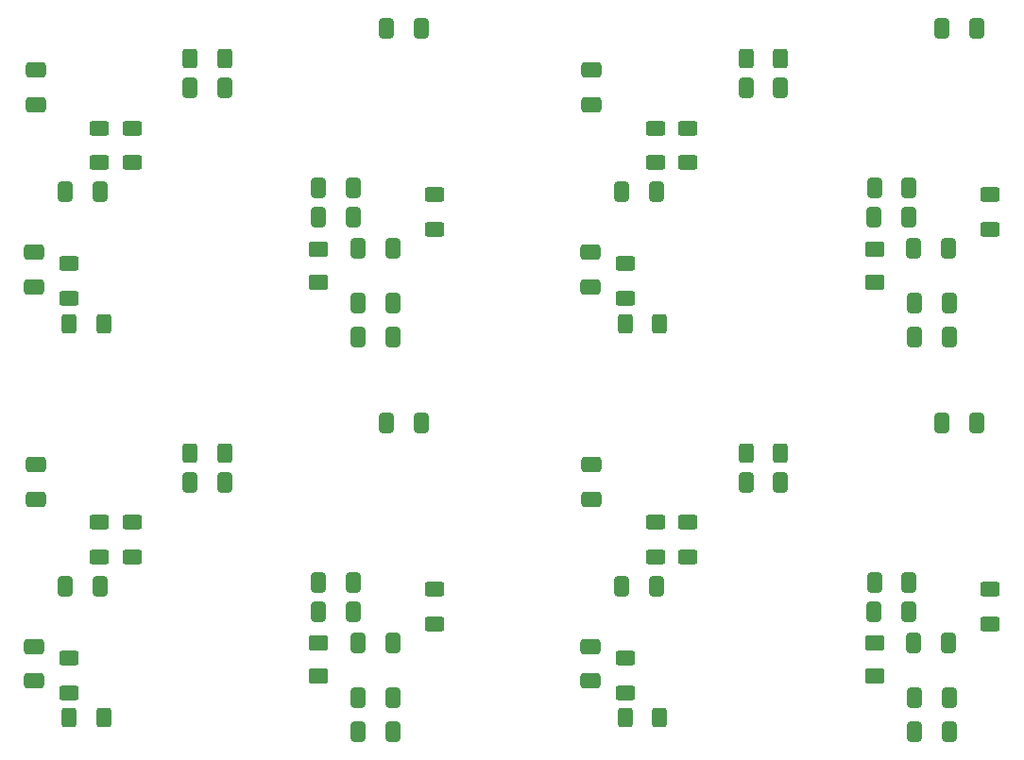
<source format=gbr>
%TF.GenerationSoftware,KiCad,Pcbnew,7.0.7-7.0.7~ubuntu22.04.1*%
%TF.CreationDate,2023-09-11T08:33:09+05:30*%
%TF.ProjectId,panelized,70616e65-6c69-47a6-9564-2e6b69636164,rev?*%
%TF.SameCoordinates,Original*%
%TF.FileFunction,Paste,Top*%
%TF.FilePolarity,Positive*%
%FSLAX46Y46*%
G04 Gerber Fmt 4.6, Leading zero omitted, Abs format (unit mm)*
G04 Created by KiCad (PCBNEW 7.0.7-7.0.7~ubuntu22.04.1) date 2023-09-11 08:33:09*
%MOMM*%
%LPD*%
G01*
G04 APERTURE LIST*
G04 Aperture macros list*
%AMRoundRect*
0 Rectangle with rounded corners*
0 $1 Rounding radius*
0 $2 $3 $4 $5 $6 $7 $8 $9 X,Y pos of 4 corners*
0 Add a 4 corners polygon primitive as box body*
4,1,4,$2,$3,$4,$5,$6,$7,$8,$9,$2,$3,0*
0 Add four circle primitives for the rounded corners*
1,1,$1+$1,$2,$3*
1,1,$1+$1,$4,$5*
1,1,$1+$1,$6,$7*
1,1,$1+$1,$8,$9*
0 Add four rect primitives between the rounded corners*
20,1,$1+$1,$2,$3,$4,$5,0*
20,1,$1+$1,$4,$5,$6,$7,0*
20,1,$1+$1,$6,$7,$8,$9,0*
20,1,$1+$1,$8,$9,$2,$3,0*%
G04 Aperture macros list end*
%ADD10RoundRect,0.250000X0.625000X-0.400000X0.625000X0.400000X-0.625000X0.400000X-0.625000X-0.400000X0*%
%ADD11RoundRect,0.250000X0.650000X-0.412500X0.650000X0.412500X-0.650000X0.412500X-0.650000X-0.412500X0*%
%ADD12RoundRect,0.250000X-0.650000X0.412500X-0.650000X-0.412500X0.650000X-0.412500X0.650000X0.412500X0*%
%ADD13RoundRect,0.250000X0.412500X0.650000X-0.412500X0.650000X-0.412500X-0.650000X0.412500X-0.650000X0*%
%ADD14RoundRect,0.250000X-0.412500X-0.650000X0.412500X-0.650000X0.412500X0.650000X-0.412500X0.650000X0*%
%ADD15RoundRect,0.250000X-0.625000X0.400000X-0.625000X-0.400000X0.625000X-0.400000X0.625000X0.400000X0*%
%ADD16RoundRect,0.250000X-0.400000X-0.625000X0.400000X-0.625000X0.400000X0.625000X-0.400000X0.625000X0*%
%ADD17RoundRect,0.250000X0.400000X0.625000X-0.400000X0.625000X-0.400000X-0.625000X0.400000X-0.625000X0*%
%ADD18RoundRect,0.250001X-0.624999X0.462499X-0.624999X-0.462499X0.624999X-0.462499X0.624999X0.462499X0*%
G04 APERTURE END LIST*
D10*
%TO.C,R7*%
X62145164Y-49947000D03*
X62145164Y-46847000D03*
%TD*%
D11*
%TO.C,C35*%
X3690564Y-44752000D03*
X3690564Y-41627000D03*
%TD*%
D12*
%TO.C,C19*%
X3580564Y-22579500D03*
X3580564Y-25704500D03*
%TD*%
D13*
%TO.C,C25*%
X88057664Y-2532000D03*
X84932664Y-2532000D03*
%TD*%
D14*
%TO.C,C18*%
X17508064Y-7892000D03*
X20633064Y-7892000D03*
%TD*%
%TO.C,C18*%
X67342664Y-43267000D03*
X70467664Y-43267000D03*
%TD*%
D15*
%TO.C,R1*%
X39410564Y-17442000D03*
X39410564Y-20542000D03*
%TD*%
D16*
%TO.C,R8*%
X6680564Y-64377000D03*
X9780564Y-64377000D03*
%TD*%
D17*
%TO.C,R5*%
X70445164Y-40657000D03*
X67345164Y-40657000D03*
%TD*%
D15*
%TO.C,R9*%
X56545164Y-59027000D03*
X56545164Y-62127000D03*
%TD*%
D12*
%TO.C,C19*%
X3580564Y-57954500D03*
X3580564Y-61079500D03*
%TD*%
D18*
%TO.C,L1*%
X29050564Y-22307000D03*
X29050564Y-25282000D03*
%TD*%
%TO.C,L1*%
X78885164Y-22307000D03*
X78885164Y-25282000D03*
%TD*%
D17*
%TO.C,R5*%
X20610564Y-5282000D03*
X17510564Y-5282000D03*
%TD*%
D13*
%TO.C,C24*%
X85547664Y-65627000D03*
X82422664Y-65627000D03*
%TD*%
%TO.C,C25*%
X38223064Y-37907000D03*
X35098064Y-37907000D03*
%TD*%
%TO.C,C22*%
X35675564Y-57677000D03*
X32550564Y-57677000D03*
%TD*%
D16*
%TO.C,R8*%
X56515164Y-29002000D03*
X59615164Y-29002000D03*
%TD*%
D15*
%TO.C,R6*%
X9400564Y-46847000D03*
X9400564Y-49947000D03*
%TD*%
D10*
%TO.C,R7*%
X12310564Y-14572000D03*
X12310564Y-11472000D03*
%TD*%
D15*
%TO.C,R1*%
X89245164Y-17442000D03*
X89245164Y-20542000D03*
%TD*%
D13*
%TO.C,C23*%
X85545164Y-62557000D03*
X82420164Y-62557000D03*
%TD*%
%TO.C,C22*%
X85510164Y-57677000D03*
X82385164Y-57677000D03*
%TD*%
D14*
%TO.C,C18*%
X17508064Y-43267000D03*
X20633064Y-43267000D03*
%TD*%
D12*
%TO.C,C19*%
X53415164Y-57954500D03*
X53415164Y-61079500D03*
%TD*%
D13*
%TO.C,C20*%
X32140564Y-19502000D03*
X29015564Y-19502000D03*
%TD*%
D15*
%TO.C,R1*%
X89245164Y-52817000D03*
X89245164Y-55917000D03*
%TD*%
%TO.C,R9*%
X6710564Y-59027000D03*
X6710564Y-62127000D03*
%TD*%
D12*
%TO.C,C19*%
X53415164Y-22579500D03*
X53415164Y-25704500D03*
%TD*%
D14*
%TO.C,C18*%
X67342664Y-7892000D03*
X70467664Y-7892000D03*
%TD*%
D18*
%TO.C,L1*%
X29050564Y-57682000D03*
X29050564Y-60657000D03*
%TD*%
D11*
%TO.C,C35*%
X53525164Y-9377000D03*
X53525164Y-6252000D03*
%TD*%
D15*
%TO.C,R1*%
X39410564Y-52817000D03*
X39410564Y-55917000D03*
%TD*%
D13*
%TO.C,C23*%
X85545164Y-27182000D03*
X82420164Y-27182000D03*
%TD*%
%TO.C,C21*%
X81985164Y-52257000D03*
X78860164Y-52257000D03*
%TD*%
D17*
%TO.C,R5*%
X20610564Y-40657000D03*
X17510564Y-40657000D03*
%TD*%
D11*
%TO.C,C35*%
X3690564Y-9377000D03*
X3690564Y-6252000D03*
%TD*%
D13*
%TO.C,C20*%
X32140564Y-54877000D03*
X29015564Y-54877000D03*
%TD*%
D14*
%TO.C,C1*%
X56208100Y-17167000D03*
X59333100Y-17167000D03*
%TD*%
D15*
%TO.C,R6*%
X59235164Y-11472000D03*
X59235164Y-14572000D03*
%TD*%
D13*
%TO.C,C24*%
X85547664Y-30252000D03*
X82422664Y-30252000D03*
%TD*%
D16*
%TO.C,R8*%
X56515164Y-64377000D03*
X59615164Y-64377000D03*
%TD*%
D15*
%TO.C,R9*%
X6710564Y-23652000D03*
X6710564Y-26752000D03*
%TD*%
D10*
%TO.C,R7*%
X62145164Y-14572000D03*
X62145164Y-11472000D03*
%TD*%
D13*
%TO.C,C23*%
X35710564Y-27182000D03*
X32585564Y-27182000D03*
%TD*%
%TO.C,C24*%
X35713064Y-65627000D03*
X32588064Y-65627000D03*
%TD*%
%TO.C,C23*%
X35710564Y-62557000D03*
X32585564Y-62557000D03*
%TD*%
%TO.C,C20*%
X81975164Y-54877000D03*
X78850164Y-54877000D03*
%TD*%
%TO.C,C25*%
X38223064Y-2532000D03*
X35098064Y-2532000D03*
%TD*%
D16*
%TO.C,R8*%
X6680564Y-29002000D03*
X9780564Y-29002000D03*
%TD*%
D18*
%TO.C,L1*%
X78885164Y-57682000D03*
X78885164Y-60657000D03*
%TD*%
D17*
%TO.C,R5*%
X70445164Y-5282000D03*
X67345164Y-5282000D03*
%TD*%
D15*
%TO.C,R9*%
X56545164Y-23652000D03*
X56545164Y-26752000D03*
%TD*%
D14*
%TO.C,C1*%
X56208100Y-52542000D03*
X59333100Y-52542000D03*
%TD*%
D13*
%TO.C,C20*%
X81975164Y-19502000D03*
X78850164Y-19502000D03*
%TD*%
D15*
%TO.C,R6*%
X59235164Y-46847000D03*
X59235164Y-49947000D03*
%TD*%
D14*
%TO.C,C1*%
X6373500Y-17167000D03*
X9498500Y-17167000D03*
%TD*%
D13*
%TO.C,C24*%
X35713064Y-30252000D03*
X32588064Y-30252000D03*
%TD*%
%TO.C,C21*%
X32150564Y-16882000D03*
X29025564Y-16882000D03*
%TD*%
D15*
%TO.C,R6*%
X9400564Y-11472000D03*
X9400564Y-14572000D03*
%TD*%
D13*
%TO.C,C22*%
X85510164Y-22302000D03*
X82385164Y-22302000D03*
%TD*%
%TO.C,C25*%
X88057664Y-37907000D03*
X84932664Y-37907000D03*
%TD*%
%TO.C,C21*%
X81985164Y-16882000D03*
X78860164Y-16882000D03*
%TD*%
D14*
%TO.C,C1*%
X6373500Y-52542000D03*
X9498500Y-52542000D03*
%TD*%
D13*
%TO.C,C22*%
X35675564Y-22302000D03*
X32550564Y-22302000D03*
%TD*%
%TO.C,C21*%
X32150564Y-52257000D03*
X29025564Y-52257000D03*
%TD*%
D11*
%TO.C,C35*%
X53525164Y-44752000D03*
X53525164Y-41627000D03*
%TD*%
D10*
%TO.C,R7*%
X12310564Y-49947000D03*
X12310564Y-46847000D03*
%TD*%
M02*

</source>
